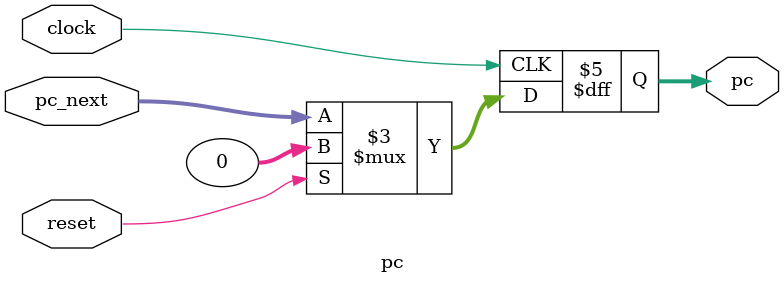
<source format=sv>
module pc (
    output logic [31:0]pc,
    input logic clock,reset,
    input logic [31:0]pc_next
);
    always_ff @( posedge clock ) begin 
        if (reset) begin
            pc<=32'b0;
        end
        else begin
            pc<=pc_next;
        end
        
    end
endmodule

</source>
